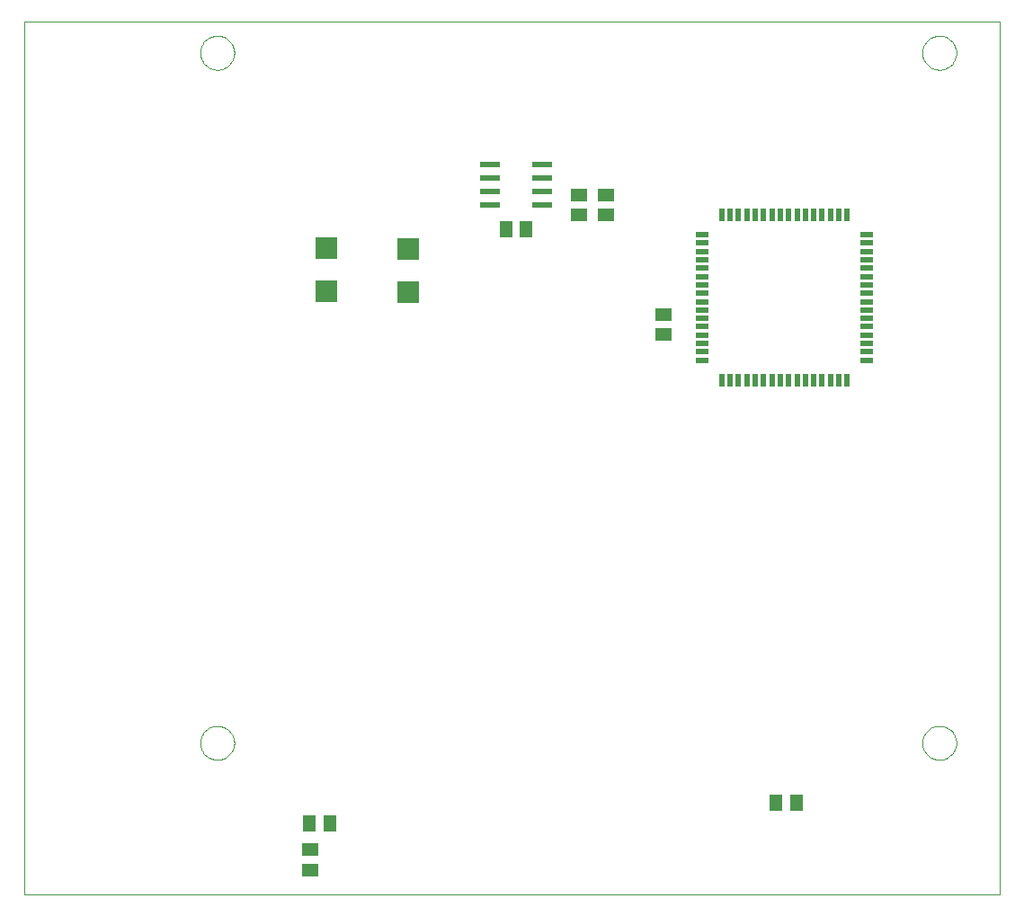
<source format=gbp>
G75*
G70*
%OFA0B0*%
%FSLAX24Y24*%
%IPPOS*%
%LPD*%
%AMOC8*
5,1,8,0,0,1.08239X$1,22.5*
%
%ADD10C,0.0000*%
%ADD11R,0.0591X0.0512*%
%ADD12R,0.0470X0.0220*%
%ADD13R,0.0220X0.0470*%
%ADD14R,0.0512X0.0591*%
%ADD15R,0.0780X0.0210*%
%ADD16R,0.0787X0.0787*%
D10*
X000222Y000150D02*
X000222Y032512D01*
X036396Y032512D01*
X036396Y000150D01*
X000222Y000150D01*
X006742Y005760D02*
X006744Y005810D01*
X006750Y005860D01*
X006760Y005909D01*
X006774Y005957D01*
X006791Y006004D01*
X006812Y006049D01*
X006837Y006093D01*
X006865Y006134D01*
X006897Y006173D01*
X006931Y006210D01*
X006968Y006244D01*
X007008Y006274D01*
X007050Y006301D01*
X007094Y006325D01*
X007140Y006346D01*
X007187Y006362D01*
X007235Y006375D01*
X007285Y006384D01*
X007334Y006389D01*
X007385Y006390D01*
X007435Y006387D01*
X007484Y006380D01*
X007533Y006369D01*
X007581Y006354D01*
X007627Y006336D01*
X007672Y006314D01*
X007715Y006288D01*
X007756Y006259D01*
X007795Y006227D01*
X007831Y006192D01*
X007863Y006154D01*
X007893Y006114D01*
X007920Y006071D01*
X007943Y006027D01*
X007962Y005981D01*
X007978Y005933D01*
X007990Y005884D01*
X007998Y005835D01*
X008002Y005785D01*
X008002Y005735D01*
X007998Y005685D01*
X007990Y005636D01*
X007978Y005587D01*
X007962Y005539D01*
X007943Y005493D01*
X007920Y005449D01*
X007893Y005406D01*
X007863Y005366D01*
X007831Y005328D01*
X007795Y005293D01*
X007756Y005261D01*
X007715Y005232D01*
X007672Y005206D01*
X007627Y005184D01*
X007581Y005166D01*
X007533Y005151D01*
X007484Y005140D01*
X007435Y005133D01*
X007385Y005130D01*
X007334Y005131D01*
X007285Y005136D01*
X007235Y005145D01*
X007187Y005158D01*
X007140Y005174D01*
X007094Y005195D01*
X007050Y005219D01*
X007008Y005246D01*
X006968Y005276D01*
X006931Y005310D01*
X006897Y005347D01*
X006865Y005386D01*
X006837Y005427D01*
X006812Y005471D01*
X006791Y005516D01*
X006774Y005563D01*
X006760Y005611D01*
X006750Y005660D01*
X006744Y005710D01*
X006742Y005760D01*
X033514Y005760D02*
X033516Y005810D01*
X033522Y005860D01*
X033532Y005909D01*
X033546Y005957D01*
X033563Y006004D01*
X033584Y006049D01*
X033609Y006093D01*
X033637Y006134D01*
X033669Y006173D01*
X033703Y006210D01*
X033740Y006244D01*
X033780Y006274D01*
X033822Y006301D01*
X033866Y006325D01*
X033912Y006346D01*
X033959Y006362D01*
X034007Y006375D01*
X034057Y006384D01*
X034106Y006389D01*
X034157Y006390D01*
X034207Y006387D01*
X034256Y006380D01*
X034305Y006369D01*
X034353Y006354D01*
X034399Y006336D01*
X034444Y006314D01*
X034487Y006288D01*
X034528Y006259D01*
X034567Y006227D01*
X034603Y006192D01*
X034635Y006154D01*
X034665Y006114D01*
X034692Y006071D01*
X034715Y006027D01*
X034734Y005981D01*
X034750Y005933D01*
X034762Y005884D01*
X034770Y005835D01*
X034774Y005785D01*
X034774Y005735D01*
X034770Y005685D01*
X034762Y005636D01*
X034750Y005587D01*
X034734Y005539D01*
X034715Y005493D01*
X034692Y005449D01*
X034665Y005406D01*
X034635Y005366D01*
X034603Y005328D01*
X034567Y005293D01*
X034528Y005261D01*
X034487Y005232D01*
X034444Y005206D01*
X034399Y005184D01*
X034353Y005166D01*
X034305Y005151D01*
X034256Y005140D01*
X034207Y005133D01*
X034157Y005130D01*
X034106Y005131D01*
X034057Y005136D01*
X034007Y005145D01*
X033959Y005158D01*
X033912Y005174D01*
X033866Y005195D01*
X033822Y005219D01*
X033780Y005246D01*
X033740Y005276D01*
X033703Y005310D01*
X033669Y005347D01*
X033637Y005386D01*
X033609Y005427D01*
X033584Y005471D01*
X033563Y005516D01*
X033546Y005563D01*
X033532Y005611D01*
X033522Y005660D01*
X033516Y005710D01*
X033514Y005760D01*
X033514Y031351D02*
X033516Y031401D01*
X033522Y031451D01*
X033532Y031500D01*
X033546Y031548D01*
X033563Y031595D01*
X033584Y031640D01*
X033609Y031684D01*
X033637Y031725D01*
X033669Y031764D01*
X033703Y031801D01*
X033740Y031835D01*
X033780Y031865D01*
X033822Y031892D01*
X033866Y031916D01*
X033912Y031937D01*
X033959Y031953D01*
X034007Y031966D01*
X034057Y031975D01*
X034106Y031980D01*
X034157Y031981D01*
X034207Y031978D01*
X034256Y031971D01*
X034305Y031960D01*
X034353Y031945D01*
X034399Y031927D01*
X034444Y031905D01*
X034487Y031879D01*
X034528Y031850D01*
X034567Y031818D01*
X034603Y031783D01*
X034635Y031745D01*
X034665Y031705D01*
X034692Y031662D01*
X034715Y031618D01*
X034734Y031572D01*
X034750Y031524D01*
X034762Y031475D01*
X034770Y031426D01*
X034774Y031376D01*
X034774Y031326D01*
X034770Y031276D01*
X034762Y031227D01*
X034750Y031178D01*
X034734Y031130D01*
X034715Y031084D01*
X034692Y031040D01*
X034665Y030997D01*
X034635Y030957D01*
X034603Y030919D01*
X034567Y030884D01*
X034528Y030852D01*
X034487Y030823D01*
X034444Y030797D01*
X034399Y030775D01*
X034353Y030757D01*
X034305Y030742D01*
X034256Y030731D01*
X034207Y030724D01*
X034157Y030721D01*
X034106Y030722D01*
X034057Y030727D01*
X034007Y030736D01*
X033959Y030749D01*
X033912Y030765D01*
X033866Y030786D01*
X033822Y030810D01*
X033780Y030837D01*
X033740Y030867D01*
X033703Y030901D01*
X033669Y030938D01*
X033637Y030977D01*
X033609Y031018D01*
X033584Y031062D01*
X033563Y031107D01*
X033546Y031154D01*
X033532Y031202D01*
X033522Y031251D01*
X033516Y031301D01*
X033514Y031351D01*
X006742Y031351D02*
X006744Y031401D01*
X006750Y031451D01*
X006760Y031500D01*
X006774Y031548D01*
X006791Y031595D01*
X006812Y031640D01*
X006837Y031684D01*
X006865Y031725D01*
X006897Y031764D01*
X006931Y031801D01*
X006968Y031835D01*
X007008Y031865D01*
X007050Y031892D01*
X007094Y031916D01*
X007140Y031937D01*
X007187Y031953D01*
X007235Y031966D01*
X007285Y031975D01*
X007334Y031980D01*
X007385Y031981D01*
X007435Y031978D01*
X007484Y031971D01*
X007533Y031960D01*
X007581Y031945D01*
X007627Y031927D01*
X007672Y031905D01*
X007715Y031879D01*
X007756Y031850D01*
X007795Y031818D01*
X007831Y031783D01*
X007863Y031745D01*
X007893Y031705D01*
X007920Y031662D01*
X007943Y031618D01*
X007962Y031572D01*
X007978Y031524D01*
X007990Y031475D01*
X007998Y031426D01*
X008002Y031376D01*
X008002Y031326D01*
X007998Y031276D01*
X007990Y031227D01*
X007978Y031178D01*
X007962Y031130D01*
X007943Y031084D01*
X007920Y031040D01*
X007893Y030997D01*
X007863Y030957D01*
X007831Y030919D01*
X007795Y030884D01*
X007756Y030852D01*
X007715Y030823D01*
X007672Y030797D01*
X007627Y030775D01*
X007581Y030757D01*
X007533Y030742D01*
X007484Y030731D01*
X007435Y030724D01*
X007385Y030721D01*
X007334Y030722D01*
X007285Y030727D01*
X007235Y030736D01*
X007187Y030749D01*
X007140Y030765D01*
X007094Y030786D01*
X007050Y030810D01*
X007008Y030837D01*
X006968Y030867D01*
X006931Y030901D01*
X006897Y030938D01*
X006865Y030977D01*
X006837Y031018D01*
X006812Y031062D01*
X006791Y031107D01*
X006774Y031154D01*
X006760Y031202D01*
X006750Y031251D01*
X006744Y031301D01*
X006742Y031351D01*
D11*
X020774Y026087D03*
X020774Y025339D03*
X021797Y025339D03*
X021797Y026087D03*
X023904Y021650D03*
X023904Y020902D03*
X010813Y001796D03*
X010813Y001048D03*
D12*
X025349Y019951D03*
X025349Y020261D03*
X025349Y020571D03*
X025349Y020881D03*
X025349Y021191D03*
X025349Y021501D03*
X025349Y021811D03*
X025349Y022121D03*
X025349Y022431D03*
X025349Y022741D03*
X025349Y023051D03*
X025349Y023361D03*
X025349Y023671D03*
X025349Y023981D03*
X025349Y024291D03*
X025349Y024601D03*
X031459Y024601D03*
X031459Y024291D03*
X031459Y023981D03*
X031459Y023671D03*
X031459Y023361D03*
X031459Y023051D03*
X031459Y022741D03*
X031459Y022431D03*
X031459Y022121D03*
X031459Y021811D03*
X031459Y021501D03*
X031459Y021191D03*
X031459Y020881D03*
X031459Y020571D03*
X031459Y020261D03*
X031459Y019951D03*
D13*
X030729Y019221D03*
X030419Y019221D03*
X030109Y019221D03*
X029799Y019221D03*
X029489Y019221D03*
X029179Y019221D03*
X028869Y019221D03*
X028559Y019221D03*
X028249Y019221D03*
X027939Y019221D03*
X027629Y019221D03*
X027319Y019221D03*
X027009Y019221D03*
X026699Y019221D03*
X026389Y019221D03*
X026079Y019221D03*
X026079Y025331D03*
X026389Y025331D03*
X026699Y025331D03*
X027009Y025331D03*
X027319Y025331D03*
X027629Y025331D03*
X027939Y025331D03*
X028249Y025331D03*
X028559Y025331D03*
X028869Y025331D03*
X029179Y025331D03*
X029489Y025331D03*
X029799Y025331D03*
X030109Y025331D03*
X030419Y025331D03*
X030729Y025331D03*
D14*
X018825Y024807D03*
X018077Y024807D03*
X028089Y003536D03*
X028837Y003536D03*
X011541Y002760D03*
X010793Y002760D03*
D15*
X017481Y025711D03*
X017481Y026211D03*
X017481Y026711D03*
X017481Y027211D03*
X019421Y027211D03*
X019421Y026711D03*
X019421Y026211D03*
X019421Y025711D03*
D16*
X014435Y024059D03*
X014435Y022485D03*
X011404Y022524D03*
X011404Y024099D03*
M02*

</source>
